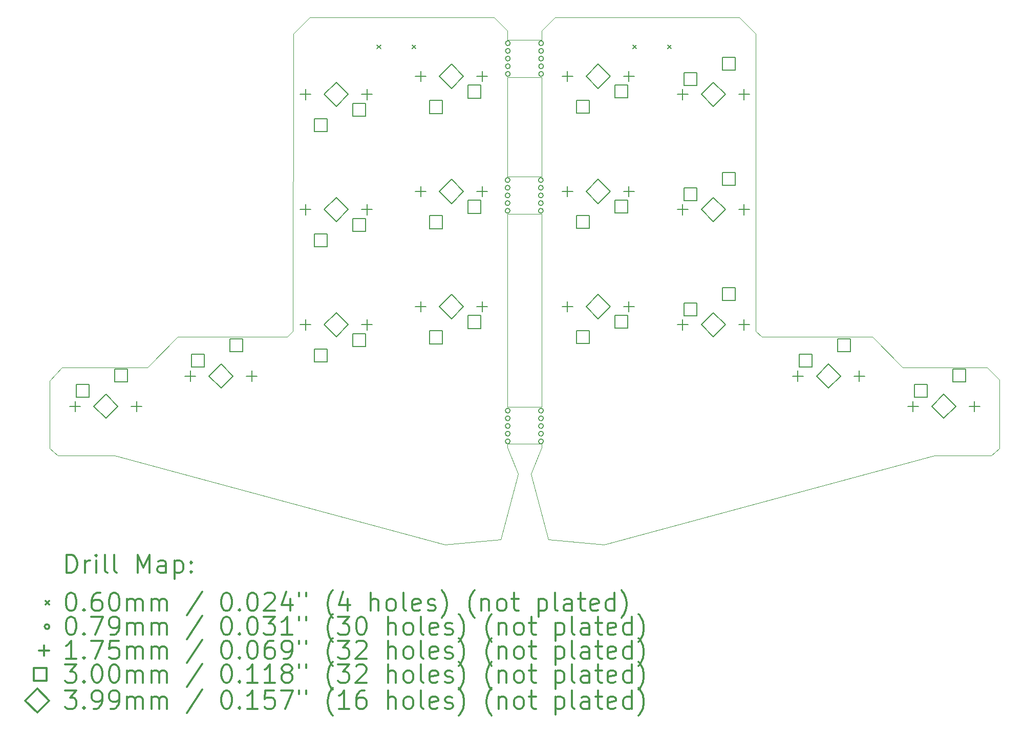
<source format=gbr>
%FSLAX45Y45*%
G04 Gerber Fmt 4.5, Leading zero omitted, Abs format (unit mm)*
G04 Created by KiCad (PCBNEW (5.1.4)-1) date 2023-06-17 21:44:21*
%MOMM*%
%LPD*%
G04 APERTURE LIST*
%ADD10C,0.050000*%
%ADD11C,0.200000*%
%ADD12C,0.300000*%
G04 APERTURE END LIST*
D10*
X13600000Y-45813000D02*
X13600249Y-45873435D01*
X13034000Y-45813000D02*
X13600000Y-45813000D01*
X13033421Y-45873812D02*
X13034000Y-45813000D01*
X13033000Y-45203000D02*
X13033000Y-42016000D01*
X13601000Y-45203000D02*
X13033000Y-45203000D01*
X13600000Y-42016000D02*
X13601000Y-45203000D01*
X13033000Y-42016000D02*
X13600000Y-42016000D01*
X13033000Y-41393000D02*
X13032000Y-39755000D01*
X13601000Y-41393000D02*
X13033000Y-41393000D01*
X13602000Y-39755000D02*
X13601000Y-41393000D01*
X13032000Y-39755000D02*
X13602000Y-39755000D01*
X13602000Y-39133000D02*
X13602190Y-38980639D01*
X13032000Y-39133000D02*
X13602000Y-39133000D01*
X13031480Y-38981016D02*
X13032000Y-39133000D01*
X7580000Y-44050000D02*
X7080000Y-44550000D01*
X7080000Y-44550000D02*
X5670000Y-44550000D01*
X9390000Y-44050000D02*
X9490000Y-43950000D01*
X9390000Y-44050000D02*
X7580000Y-44050000D01*
X17140000Y-43950000D02*
X17240000Y-44050000D01*
X20970000Y-44550000D02*
X21171203Y-44760000D01*
X19070000Y-44050000D02*
X19570000Y-44550000D01*
X20970000Y-44550000D02*
X19570000Y-44550000D01*
X19070000Y-44050000D02*
X17240000Y-44050000D01*
X20091203Y-46011032D02*
X14630391Y-47480918D01*
X16871203Y-38766032D02*
X17141203Y-39036032D01*
X6523279Y-46011295D02*
X6543279Y-46011295D01*
X9493279Y-39036295D02*
X9490000Y-43950000D01*
X17141203Y-39036032D02*
X17140000Y-43950000D01*
X21171203Y-44760000D02*
X21171203Y-45891032D01*
X20111203Y-46011032D02*
X21031203Y-46011032D01*
X20111203Y-46011032D02*
X20091203Y-46011032D01*
X21171203Y-45891032D02*
X21031203Y-46011032D01*
X12925419Y-47395040D02*
X12003279Y-47481295D01*
X16871203Y-38766032D02*
X13821203Y-38766032D01*
X12925419Y-47395040D02*
X13213232Y-46318860D01*
X13033421Y-45873812D02*
X13213232Y-46318860D01*
X13031480Y-38981016D02*
X12813279Y-38766295D01*
X9763279Y-38766295D02*
X9493279Y-39036295D01*
X9763279Y-38766295D02*
X12813279Y-38766295D01*
X5463279Y-44770000D02*
X5463279Y-45891295D01*
X5463279Y-44770000D02*
X5670000Y-44550000D01*
X5463279Y-45891295D02*
X5603279Y-46011295D01*
X6523279Y-46011295D02*
X5603279Y-46011295D01*
X13602190Y-38980639D02*
X13821203Y-38766032D01*
X13708251Y-47394663D02*
X14630391Y-47480918D01*
X13600249Y-45873435D02*
X13420438Y-46318483D01*
X13708251Y-47394663D02*
X13420438Y-46318483D01*
X12003279Y-47481295D02*
X6543279Y-46011295D01*
D11*
X10879000Y-39221500D02*
X10939000Y-39281500D01*
X10939000Y-39221500D02*
X10879000Y-39281500D01*
X11457000Y-39221500D02*
X11517000Y-39281500D01*
X11517000Y-39221500D02*
X11457000Y-39281500D01*
X15108500Y-39220000D02*
X15168500Y-39280000D01*
X15168500Y-39220000D02*
X15108500Y-39280000D01*
X15686500Y-39220000D02*
X15746500Y-39280000D01*
X15746500Y-39220000D02*
X15686500Y-39280000D01*
X13076970Y-41453000D02*
G75*
G03X13076970Y-41453000I-39370J0D01*
G01*
X13076970Y-41580000D02*
G75*
G03X13076970Y-41580000I-39370J0D01*
G01*
X13076970Y-41707000D02*
G75*
G03X13076970Y-41707000I-39370J0D01*
G01*
X13076970Y-41834000D02*
G75*
G03X13076970Y-41834000I-39370J0D01*
G01*
X13076970Y-41961000D02*
G75*
G03X13076970Y-41961000I-39370J0D01*
G01*
X13626970Y-41453000D02*
G75*
G03X13626970Y-41453000I-39370J0D01*
G01*
X13626970Y-41580000D02*
G75*
G03X13626970Y-41580000I-39370J0D01*
G01*
X13626970Y-41707000D02*
G75*
G03X13626970Y-41707000I-39370J0D01*
G01*
X13626970Y-41834000D02*
G75*
G03X13626970Y-41834000I-39370J0D01*
G01*
X13626970Y-41961000D02*
G75*
G03X13626970Y-41961000I-39370J0D01*
G01*
X13630970Y-39189000D02*
G75*
G03X13630970Y-39189000I-39370J0D01*
G01*
X13630970Y-39316000D02*
G75*
G03X13630970Y-39316000I-39370J0D01*
G01*
X13630970Y-39443000D02*
G75*
G03X13630970Y-39443000I-39370J0D01*
G01*
X13630970Y-39570000D02*
G75*
G03X13630970Y-39570000I-39370J0D01*
G01*
X13630970Y-39697000D02*
G75*
G03X13630970Y-39697000I-39370J0D01*
G01*
X13078970Y-45267000D02*
G75*
G03X13078970Y-45267000I-39370J0D01*
G01*
X13078970Y-45394000D02*
G75*
G03X13078970Y-45394000I-39370J0D01*
G01*
X13078970Y-45521000D02*
G75*
G03X13078970Y-45521000I-39370J0D01*
G01*
X13078970Y-45648000D02*
G75*
G03X13078970Y-45648000I-39370J0D01*
G01*
X13078970Y-45775000D02*
G75*
G03X13078970Y-45775000I-39370J0D01*
G01*
X13628970Y-45267000D02*
G75*
G03X13628970Y-45267000I-39370J0D01*
G01*
X13628970Y-45394000D02*
G75*
G03X13628970Y-45394000I-39370J0D01*
G01*
X13628970Y-45521000D02*
G75*
G03X13628970Y-45521000I-39370J0D01*
G01*
X13628970Y-45648000D02*
G75*
G03X13628970Y-45648000I-39370J0D01*
G01*
X13628970Y-45775000D02*
G75*
G03X13628970Y-45775000I-39370J0D01*
G01*
X13080970Y-39189000D02*
G75*
G03X13080970Y-39189000I-39370J0D01*
G01*
X13080970Y-39316000D02*
G75*
G03X13080970Y-39316000I-39370J0D01*
G01*
X13080970Y-39443000D02*
G75*
G03X13080970Y-39443000I-39370J0D01*
G01*
X13080970Y-39570000D02*
G75*
G03X13080970Y-39570000I-39370J0D01*
G01*
X13080970Y-39697000D02*
G75*
G03X13080970Y-39697000I-39370J0D01*
G01*
X15933202Y-41853532D02*
X15933202Y-42028532D01*
X15845702Y-41941032D02*
X16020702Y-41941032D01*
X16949203Y-41853532D02*
X16949203Y-42028532D01*
X16861703Y-41941032D02*
X17036703Y-41941032D01*
X5885279Y-45108795D02*
X5885279Y-45283795D01*
X5797779Y-45196295D02*
X5972779Y-45196295D01*
X6901279Y-45108795D02*
X6901279Y-45283795D01*
X6813779Y-45196295D02*
X6988779Y-45196295D01*
X11600279Y-39648795D02*
X11600279Y-39823795D01*
X11512779Y-39736295D02*
X11687779Y-39736295D01*
X12616279Y-39648795D02*
X12616279Y-39823795D01*
X12528779Y-39736295D02*
X12703779Y-39736295D01*
X19743203Y-45108532D02*
X19743203Y-45283532D01*
X19655703Y-45196032D02*
X19830703Y-45196032D01*
X20759203Y-45108532D02*
X20759203Y-45283532D01*
X20671703Y-45196032D02*
X20846703Y-45196032D01*
X14028202Y-41553532D02*
X14028202Y-41728532D01*
X13940702Y-41641032D02*
X14115702Y-41641032D01*
X15044202Y-41553532D02*
X15044202Y-41728532D01*
X14956702Y-41641032D02*
X15131702Y-41641032D01*
X15933202Y-39948532D02*
X15933202Y-40123532D01*
X15845702Y-40036032D02*
X16020702Y-40036032D01*
X16949203Y-39948532D02*
X16949203Y-40123532D01*
X16861703Y-40036032D02*
X17036703Y-40036032D01*
X14028203Y-39648532D02*
X14028203Y-39823532D01*
X13940703Y-39736032D02*
X14115703Y-39736032D01*
X15044203Y-39648532D02*
X15044203Y-39823532D01*
X14956703Y-39736032D02*
X15131703Y-39736032D01*
X9695279Y-39948795D02*
X9695279Y-40123795D01*
X9607779Y-40036295D02*
X9782779Y-40036295D01*
X10711279Y-39948795D02*
X10711279Y-40123795D01*
X10623779Y-40036295D02*
X10798779Y-40036295D01*
X9695279Y-43758795D02*
X9695279Y-43933795D01*
X9607779Y-43846295D02*
X9782779Y-43846295D01*
X10711279Y-43758795D02*
X10711279Y-43933795D01*
X10623779Y-43846295D02*
X10798779Y-43846295D01*
X14028202Y-43458532D02*
X14028202Y-43633532D01*
X13940702Y-43546032D02*
X14115702Y-43546032D01*
X15044202Y-43458532D02*
X15044202Y-43633532D01*
X14956702Y-43546032D02*
X15131702Y-43546032D01*
X9695279Y-41853795D02*
X9695279Y-42028795D01*
X9607779Y-41941295D02*
X9782779Y-41941295D01*
X10711279Y-41853795D02*
X10711279Y-42028795D01*
X10623779Y-41941295D02*
X10798779Y-41941295D01*
X15933202Y-43758532D02*
X15933202Y-43933532D01*
X15845702Y-43846032D02*
X16020702Y-43846032D01*
X16949203Y-43758532D02*
X16949203Y-43933532D01*
X16861703Y-43846032D02*
X17036703Y-43846032D01*
X11600279Y-41553795D02*
X11600279Y-41728795D01*
X11512779Y-41641295D02*
X11687779Y-41641295D01*
X12616279Y-41553795D02*
X12616279Y-41728795D01*
X12528779Y-41641295D02*
X12703779Y-41641295D01*
X17838203Y-44608532D02*
X17838203Y-44783532D01*
X17750703Y-44696032D02*
X17925703Y-44696032D01*
X18854203Y-44608532D02*
X18854203Y-44783532D01*
X18766703Y-44696032D02*
X18941703Y-44696032D01*
X11600279Y-43458795D02*
X11600279Y-43633795D01*
X11512779Y-43546295D02*
X11687779Y-43546295D01*
X12616279Y-43458795D02*
X12616279Y-43633795D01*
X12528779Y-43546295D02*
X12703779Y-43546295D01*
X7790279Y-44608795D02*
X7790279Y-44783795D01*
X7702779Y-44696295D02*
X7877779Y-44696295D01*
X8806279Y-44608795D02*
X8806279Y-44783795D01*
X8718779Y-44696295D02*
X8893779Y-44696295D01*
X16166269Y-41793099D02*
X16166269Y-41580965D01*
X15954135Y-41580965D01*
X15954135Y-41793099D01*
X16166269Y-41793099D01*
X16801270Y-41539099D02*
X16801270Y-41326965D01*
X16589135Y-41326965D01*
X16589135Y-41539099D01*
X16801270Y-41539099D01*
X6118346Y-45048362D02*
X6118346Y-44836228D01*
X5906212Y-44836228D01*
X5906212Y-45048362D01*
X6118346Y-45048362D01*
X6753346Y-44794362D02*
X6753346Y-44582228D01*
X6541212Y-44582228D01*
X6541212Y-44794362D01*
X6753346Y-44794362D01*
X11960346Y-40350362D02*
X11960346Y-40138228D01*
X11748212Y-40138228D01*
X11748212Y-40350362D01*
X11960346Y-40350362D01*
X12595346Y-40096362D02*
X12595346Y-39884228D01*
X12383212Y-39884228D01*
X12383212Y-40096362D01*
X12595346Y-40096362D01*
X19976270Y-45048099D02*
X19976270Y-44835965D01*
X19764136Y-44835965D01*
X19764136Y-45048099D01*
X19976270Y-45048099D01*
X20611270Y-44794099D02*
X20611270Y-44581965D01*
X20399136Y-44581965D01*
X20399136Y-44794099D01*
X20611270Y-44794099D01*
X14388269Y-42255099D02*
X14388269Y-42042965D01*
X14176135Y-42042965D01*
X14176135Y-42255099D01*
X14388269Y-42255099D01*
X15023269Y-42001099D02*
X15023269Y-41788965D01*
X14811135Y-41788965D01*
X14811135Y-42001099D01*
X15023269Y-42001099D01*
X16166269Y-39888099D02*
X16166269Y-39675965D01*
X15954135Y-39675965D01*
X15954135Y-39888099D01*
X16166269Y-39888099D01*
X16801270Y-39634099D02*
X16801270Y-39421965D01*
X16589135Y-39421965D01*
X16589135Y-39634099D01*
X16801270Y-39634099D01*
X14388270Y-40350099D02*
X14388270Y-40137965D01*
X14176136Y-40137965D01*
X14176136Y-40350099D01*
X14388270Y-40350099D01*
X15023270Y-40096099D02*
X15023270Y-39883965D01*
X14811136Y-39883965D01*
X14811136Y-40096099D01*
X15023270Y-40096099D01*
X10055346Y-40650362D02*
X10055346Y-40438228D01*
X9843212Y-40438228D01*
X9843212Y-40650362D01*
X10055346Y-40650362D01*
X10690346Y-40396362D02*
X10690346Y-40184228D01*
X10478212Y-40184228D01*
X10478212Y-40396362D01*
X10690346Y-40396362D01*
X10055346Y-44460362D02*
X10055346Y-44248228D01*
X9843212Y-44248228D01*
X9843212Y-44460362D01*
X10055346Y-44460362D01*
X10690346Y-44206362D02*
X10690346Y-43994228D01*
X10478212Y-43994228D01*
X10478212Y-44206362D01*
X10690346Y-44206362D01*
X14388269Y-44160099D02*
X14388269Y-43947965D01*
X14176135Y-43947965D01*
X14176135Y-44160099D01*
X14388269Y-44160099D01*
X15023269Y-43906099D02*
X15023269Y-43693965D01*
X14811135Y-43693965D01*
X14811135Y-43906099D01*
X15023269Y-43906099D01*
X10055346Y-42555362D02*
X10055346Y-42343228D01*
X9843212Y-42343228D01*
X9843212Y-42555362D01*
X10055346Y-42555362D01*
X10690346Y-42301362D02*
X10690346Y-42089228D01*
X10478212Y-42089228D01*
X10478212Y-42301362D01*
X10690346Y-42301362D01*
X16166269Y-43698099D02*
X16166269Y-43485965D01*
X15954135Y-43485965D01*
X15954135Y-43698099D01*
X16166269Y-43698099D01*
X16801270Y-43444099D02*
X16801270Y-43231965D01*
X16589135Y-43231965D01*
X16589135Y-43444099D01*
X16801270Y-43444099D01*
X11960346Y-42255362D02*
X11960346Y-42043228D01*
X11748212Y-42043228D01*
X11748212Y-42255362D01*
X11960346Y-42255362D01*
X12595346Y-42001362D02*
X12595346Y-41789228D01*
X12383212Y-41789228D01*
X12383212Y-42001362D01*
X12595346Y-42001362D01*
X18071270Y-44548099D02*
X18071270Y-44335965D01*
X17859136Y-44335965D01*
X17859136Y-44548099D01*
X18071270Y-44548099D01*
X18706270Y-44294099D02*
X18706270Y-44081965D01*
X18494136Y-44081965D01*
X18494136Y-44294099D01*
X18706270Y-44294099D01*
X11960346Y-44160362D02*
X11960346Y-43948228D01*
X11748212Y-43948228D01*
X11748212Y-44160362D01*
X11960346Y-44160362D01*
X12595346Y-43906362D02*
X12595346Y-43694228D01*
X12383212Y-43694228D01*
X12383212Y-43906362D01*
X12595346Y-43906362D01*
X8023346Y-44548362D02*
X8023346Y-44336228D01*
X7811212Y-44336228D01*
X7811212Y-44548362D01*
X8023346Y-44548362D01*
X8658346Y-44294362D02*
X8658346Y-44082228D01*
X8446212Y-44082228D01*
X8446212Y-44294362D01*
X8658346Y-44294362D01*
X16441202Y-42140422D02*
X16640592Y-41941032D01*
X16441202Y-41741642D01*
X16241812Y-41941032D01*
X16441202Y-42140422D01*
X6393279Y-45395685D02*
X6592669Y-45196295D01*
X6393279Y-44996905D01*
X6193889Y-45196295D01*
X6393279Y-45395685D01*
X12108279Y-39935685D02*
X12307669Y-39736295D01*
X12108279Y-39536905D01*
X11908889Y-39736295D01*
X12108279Y-39935685D01*
X20251203Y-45395422D02*
X20450593Y-45196032D01*
X20251203Y-44996642D01*
X20051813Y-45196032D01*
X20251203Y-45395422D01*
X14536202Y-41840422D02*
X14735592Y-41641032D01*
X14536202Y-41441642D01*
X14336812Y-41641032D01*
X14536202Y-41840422D01*
X16441202Y-40235422D02*
X16640592Y-40036032D01*
X16441202Y-39836642D01*
X16241812Y-40036032D01*
X16441202Y-40235422D01*
X14536203Y-39935422D02*
X14735593Y-39736032D01*
X14536203Y-39536642D01*
X14336813Y-39736032D01*
X14536203Y-39935422D01*
X10203279Y-40235685D02*
X10402669Y-40036295D01*
X10203279Y-39836905D01*
X10003889Y-40036295D01*
X10203279Y-40235685D01*
X10203279Y-44045685D02*
X10402669Y-43846295D01*
X10203279Y-43646905D01*
X10003889Y-43846295D01*
X10203279Y-44045685D01*
X14536202Y-43745422D02*
X14735592Y-43546032D01*
X14536202Y-43346642D01*
X14336812Y-43546032D01*
X14536202Y-43745422D01*
X10203279Y-42140685D02*
X10402669Y-41941295D01*
X10203279Y-41741905D01*
X10003889Y-41941295D01*
X10203279Y-42140685D01*
X16441202Y-44045422D02*
X16640592Y-43846032D01*
X16441202Y-43646642D01*
X16241812Y-43846032D01*
X16441202Y-44045422D01*
X12108279Y-41840685D02*
X12307669Y-41641295D01*
X12108279Y-41441905D01*
X11908889Y-41641295D01*
X12108279Y-41840685D01*
X18346203Y-44895422D02*
X18545593Y-44696032D01*
X18346203Y-44496642D01*
X18146813Y-44696032D01*
X18346203Y-44895422D01*
X12108279Y-43745685D02*
X12307669Y-43546295D01*
X12108279Y-43346905D01*
X11908889Y-43546295D01*
X12108279Y-43745685D01*
X8298279Y-44895685D02*
X8497669Y-44696295D01*
X8298279Y-44496905D01*
X8098889Y-44696295D01*
X8298279Y-44895685D01*
D12*
X5747207Y-47949509D02*
X5747207Y-47649509D01*
X5818636Y-47649509D01*
X5861493Y-47663795D01*
X5890064Y-47692367D01*
X5904350Y-47720938D01*
X5918636Y-47778081D01*
X5918636Y-47820938D01*
X5904350Y-47878081D01*
X5890064Y-47906652D01*
X5861493Y-47935224D01*
X5818636Y-47949509D01*
X5747207Y-47949509D01*
X6047207Y-47949509D02*
X6047207Y-47749509D01*
X6047207Y-47806652D02*
X6061493Y-47778081D01*
X6075779Y-47763795D01*
X6104350Y-47749509D01*
X6132922Y-47749509D01*
X6232922Y-47949509D02*
X6232922Y-47749509D01*
X6232922Y-47649509D02*
X6218636Y-47663795D01*
X6232922Y-47678081D01*
X6247207Y-47663795D01*
X6232922Y-47649509D01*
X6232922Y-47678081D01*
X6418636Y-47949509D02*
X6390064Y-47935224D01*
X6375779Y-47906652D01*
X6375779Y-47649509D01*
X6575779Y-47949509D02*
X6547207Y-47935224D01*
X6532922Y-47906652D01*
X6532922Y-47649509D01*
X6918636Y-47949509D02*
X6918636Y-47649509D01*
X7018636Y-47863795D01*
X7118636Y-47649509D01*
X7118636Y-47949509D01*
X7390064Y-47949509D02*
X7390064Y-47792367D01*
X7375779Y-47763795D01*
X7347207Y-47749509D01*
X7290064Y-47749509D01*
X7261493Y-47763795D01*
X7390064Y-47935224D02*
X7361493Y-47949509D01*
X7290064Y-47949509D01*
X7261493Y-47935224D01*
X7247207Y-47906652D01*
X7247207Y-47878081D01*
X7261493Y-47849509D01*
X7290064Y-47835224D01*
X7361493Y-47835224D01*
X7390064Y-47820938D01*
X7532922Y-47749509D02*
X7532922Y-48049509D01*
X7532922Y-47763795D02*
X7561493Y-47749509D01*
X7618636Y-47749509D01*
X7647207Y-47763795D01*
X7661493Y-47778081D01*
X7675779Y-47806652D01*
X7675779Y-47892367D01*
X7661493Y-47920938D01*
X7647207Y-47935224D01*
X7618636Y-47949509D01*
X7561493Y-47949509D01*
X7532922Y-47935224D01*
X7804350Y-47920938D02*
X7818636Y-47935224D01*
X7804350Y-47949509D01*
X7790064Y-47935224D01*
X7804350Y-47920938D01*
X7804350Y-47949509D01*
X7804350Y-47763795D02*
X7818636Y-47778081D01*
X7804350Y-47792367D01*
X7790064Y-47778081D01*
X7804350Y-47763795D01*
X7804350Y-47792367D01*
X5400779Y-48413795D02*
X5460779Y-48473795D01*
X5460779Y-48413795D02*
X5400779Y-48473795D01*
X5804350Y-48279509D02*
X5832922Y-48279509D01*
X5861493Y-48293795D01*
X5875779Y-48308081D01*
X5890064Y-48336652D01*
X5904350Y-48393795D01*
X5904350Y-48465224D01*
X5890064Y-48522367D01*
X5875779Y-48550938D01*
X5861493Y-48565224D01*
X5832922Y-48579509D01*
X5804350Y-48579509D01*
X5775779Y-48565224D01*
X5761493Y-48550938D01*
X5747207Y-48522367D01*
X5732922Y-48465224D01*
X5732922Y-48393795D01*
X5747207Y-48336652D01*
X5761493Y-48308081D01*
X5775779Y-48293795D01*
X5804350Y-48279509D01*
X6032922Y-48550938D02*
X6047207Y-48565224D01*
X6032922Y-48579509D01*
X6018636Y-48565224D01*
X6032922Y-48550938D01*
X6032922Y-48579509D01*
X6304350Y-48279509D02*
X6247207Y-48279509D01*
X6218636Y-48293795D01*
X6204350Y-48308081D01*
X6175779Y-48350938D01*
X6161493Y-48408081D01*
X6161493Y-48522367D01*
X6175779Y-48550938D01*
X6190064Y-48565224D01*
X6218636Y-48579509D01*
X6275779Y-48579509D01*
X6304350Y-48565224D01*
X6318636Y-48550938D01*
X6332922Y-48522367D01*
X6332922Y-48450938D01*
X6318636Y-48422367D01*
X6304350Y-48408081D01*
X6275779Y-48393795D01*
X6218636Y-48393795D01*
X6190064Y-48408081D01*
X6175779Y-48422367D01*
X6161493Y-48450938D01*
X6518636Y-48279509D02*
X6547207Y-48279509D01*
X6575779Y-48293795D01*
X6590064Y-48308081D01*
X6604350Y-48336652D01*
X6618636Y-48393795D01*
X6618636Y-48465224D01*
X6604350Y-48522367D01*
X6590064Y-48550938D01*
X6575779Y-48565224D01*
X6547207Y-48579509D01*
X6518636Y-48579509D01*
X6490064Y-48565224D01*
X6475779Y-48550938D01*
X6461493Y-48522367D01*
X6447207Y-48465224D01*
X6447207Y-48393795D01*
X6461493Y-48336652D01*
X6475779Y-48308081D01*
X6490064Y-48293795D01*
X6518636Y-48279509D01*
X6747207Y-48579509D02*
X6747207Y-48379509D01*
X6747207Y-48408081D02*
X6761493Y-48393795D01*
X6790064Y-48379509D01*
X6832922Y-48379509D01*
X6861493Y-48393795D01*
X6875779Y-48422367D01*
X6875779Y-48579509D01*
X6875779Y-48422367D02*
X6890064Y-48393795D01*
X6918636Y-48379509D01*
X6961493Y-48379509D01*
X6990064Y-48393795D01*
X7004350Y-48422367D01*
X7004350Y-48579509D01*
X7147207Y-48579509D02*
X7147207Y-48379509D01*
X7147207Y-48408081D02*
X7161493Y-48393795D01*
X7190064Y-48379509D01*
X7232922Y-48379509D01*
X7261493Y-48393795D01*
X7275779Y-48422367D01*
X7275779Y-48579509D01*
X7275779Y-48422367D02*
X7290064Y-48393795D01*
X7318636Y-48379509D01*
X7361493Y-48379509D01*
X7390064Y-48393795D01*
X7404350Y-48422367D01*
X7404350Y-48579509D01*
X7990064Y-48265224D02*
X7732922Y-48650938D01*
X8375779Y-48279509D02*
X8404350Y-48279509D01*
X8432922Y-48293795D01*
X8447207Y-48308081D01*
X8461493Y-48336652D01*
X8475779Y-48393795D01*
X8475779Y-48465224D01*
X8461493Y-48522367D01*
X8447207Y-48550938D01*
X8432922Y-48565224D01*
X8404350Y-48579509D01*
X8375779Y-48579509D01*
X8347207Y-48565224D01*
X8332922Y-48550938D01*
X8318636Y-48522367D01*
X8304350Y-48465224D01*
X8304350Y-48393795D01*
X8318636Y-48336652D01*
X8332922Y-48308081D01*
X8347207Y-48293795D01*
X8375779Y-48279509D01*
X8604350Y-48550938D02*
X8618636Y-48565224D01*
X8604350Y-48579509D01*
X8590065Y-48565224D01*
X8604350Y-48550938D01*
X8604350Y-48579509D01*
X8804350Y-48279509D02*
X8832922Y-48279509D01*
X8861493Y-48293795D01*
X8875779Y-48308081D01*
X8890065Y-48336652D01*
X8904350Y-48393795D01*
X8904350Y-48465224D01*
X8890065Y-48522367D01*
X8875779Y-48550938D01*
X8861493Y-48565224D01*
X8832922Y-48579509D01*
X8804350Y-48579509D01*
X8775779Y-48565224D01*
X8761493Y-48550938D01*
X8747207Y-48522367D01*
X8732922Y-48465224D01*
X8732922Y-48393795D01*
X8747207Y-48336652D01*
X8761493Y-48308081D01*
X8775779Y-48293795D01*
X8804350Y-48279509D01*
X9018636Y-48308081D02*
X9032922Y-48293795D01*
X9061493Y-48279509D01*
X9132922Y-48279509D01*
X9161493Y-48293795D01*
X9175779Y-48308081D01*
X9190065Y-48336652D01*
X9190065Y-48365224D01*
X9175779Y-48408081D01*
X9004350Y-48579509D01*
X9190065Y-48579509D01*
X9447207Y-48379509D02*
X9447207Y-48579509D01*
X9375779Y-48265224D02*
X9304350Y-48479509D01*
X9490065Y-48479509D01*
X9590065Y-48279509D02*
X9590065Y-48336652D01*
X9704350Y-48279509D02*
X9704350Y-48336652D01*
X10147207Y-48693795D02*
X10132922Y-48679509D01*
X10104350Y-48636652D01*
X10090065Y-48608081D01*
X10075779Y-48565224D01*
X10061493Y-48493795D01*
X10061493Y-48436652D01*
X10075779Y-48365224D01*
X10090065Y-48322367D01*
X10104350Y-48293795D01*
X10132922Y-48250938D01*
X10147207Y-48236652D01*
X10390065Y-48379509D02*
X10390065Y-48579509D01*
X10318636Y-48265224D02*
X10247207Y-48479509D01*
X10432922Y-48479509D01*
X10775779Y-48579509D02*
X10775779Y-48279509D01*
X10904350Y-48579509D02*
X10904350Y-48422367D01*
X10890065Y-48393795D01*
X10861493Y-48379509D01*
X10818636Y-48379509D01*
X10790065Y-48393795D01*
X10775779Y-48408081D01*
X11090065Y-48579509D02*
X11061493Y-48565224D01*
X11047207Y-48550938D01*
X11032922Y-48522367D01*
X11032922Y-48436652D01*
X11047207Y-48408081D01*
X11061493Y-48393795D01*
X11090065Y-48379509D01*
X11132922Y-48379509D01*
X11161493Y-48393795D01*
X11175779Y-48408081D01*
X11190064Y-48436652D01*
X11190064Y-48522367D01*
X11175779Y-48550938D01*
X11161493Y-48565224D01*
X11132922Y-48579509D01*
X11090065Y-48579509D01*
X11361493Y-48579509D02*
X11332922Y-48565224D01*
X11318636Y-48536652D01*
X11318636Y-48279509D01*
X11590064Y-48565224D02*
X11561493Y-48579509D01*
X11504350Y-48579509D01*
X11475779Y-48565224D01*
X11461493Y-48536652D01*
X11461493Y-48422367D01*
X11475779Y-48393795D01*
X11504350Y-48379509D01*
X11561493Y-48379509D01*
X11590064Y-48393795D01*
X11604350Y-48422367D01*
X11604350Y-48450938D01*
X11461493Y-48479509D01*
X11718636Y-48565224D02*
X11747207Y-48579509D01*
X11804350Y-48579509D01*
X11832922Y-48565224D01*
X11847207Y-48536652D01*
X11847207Y-48522367D01*
X11832922Y-48493795D01*
X11804350Y-48479509D01*
X11761493Y-48479509D01*
X11732922Y-48465224D01*
X11718636Y-48436652D01*
X11718636Y-48422367D01*
X11732922Y-48393795D01*
X11761493Y-48379509D01*
X11804350Y-48379509D01*
X11832922Y-48393795D01*
X11947207Y-48693795D02*
X11961493Y-48679509D01*
X11990064Y-48636652D01*
X12004350Y-48608081D01*
X12018636Y-48565224D01*
X12032922Y-48493795D01*
X12032922Y-48436652D01*
X12018636Y-48365224D01*
X12004350Y-48322367D01*
X11990064Y-48293795D01*
X11961493Y-48250938D01*
X11947207Y-48236652D01*
X12490064Y-48693795D02*
X12475779Y-48679509D01*
X12447207Y-48636652D01*
X12432922Y-48608081D01*
X12418636Y-48565224D01*
X12404350Y-48493795D01*
X12404350Y-48436652D01*
X12418636Y-48365224D01*
X12432922Y-48322367D01*
X12447207Y-48293795D01*
X12475779Y-48250938D01*
X12490064Y-48236652D01*
X12604350Y-48379509D02*
X12604350Y-48579509D01*
X12604350Y-48408081D02*
X12618636Y-48393795D01*
X12647207Y-48379509D01*
X12690064Y-48379509D01*
X12718636Y-48393795D01*
X12732922Y-48422367D01*
X12732922Y-48579509D01*
X12918636Y-48579509D02*
X12890064Y-48565224D01*
X12875779Y-48550938D01*
X12861493Y-48522367D01*
X12861493Y-48436652D01*
X12875779Y-48408081D01*
X12890064Y-48393795D01*
X12918636Y-48379509D01*
X12961493Y-48379509D01*
X12990064Y-48393795D01*
X13004350Y-48408081D01*
X13018636Y-48436652D01*
X13018636Y-48522367D01*
X13004350Y-48550938D01*
X12990064Y-48565224D01*
X12961493Y-48579509D01*
X12918636Y-48579509D01*
X13104350Y-48379509D02*
X13218636Y-48379509D01*
X13147207Y-48279509D02*
X13147207Y-48536652D01*
X13161493Y-48565224D01*
X13190064Y-48579509D01*
X13218636Y-48579509D01*
X13547207Y-48379509D02*
X13547207Y-48679509D01*
X13547207Y-48393795D02*
X13575779Y-48379509D01*
X13632922Y-48379509D01*
X13661493Y-48393795D01*
X13675779Y-48408081D01*
X13690064Y-48436652D01*
X13690064Y-48522367D01*
X13675779Y-48550938D01*
X13661493Y-48565224D01*
X13632922Y-48579509D01*
X13575779Y-48579509D01*
X13547207Y-48565224D01*
X13861493Y-48579509D02*
X13832922Y-48565224D01*
X13818636Y-48536652D01*
X13818636Y-48279509D01*
X14104350Y-48579509D02*
X14104350Y-48422367D01*
X14090064Y-48393795D01*
X14061493Y-48379509D01*
X14004350Y-48379509D01*
X13975779Y-48393795D01*
X14104350Y-48565224D02*
X14075779Y-48579509D01*
X14004350Y-48579509D01*
X13975779Y-48565224D01*
X13961493Y-48536652D01*
X13961493Y-48508081D01*
X13975779Y-48479509D01*
X14004350Y-48465224D01*
X14075779Y-48465224D01*
X14104350Y-48450938D01*
X14204350Y-48379509D02*
X14318636Y-48379509D01*
X14247207Y-48279509D02*
X14247207Y-48536652D01*
X14261493Y-48565224D01*
X14290064Y-48579509D01*
X14318636Y-48579509D01*
X14532922Y-48565224D02*
X14504350Y-48579509D01*
X14447207Y-48579509D01*
X14418636Y-48565224D01*
X14404350Y-48536652D01*
X14404350Y-48422367D01*
X14418636Y-48393795D01*
X14447207Y-48379509D01*
X14504350Y-48379509D01*
X14532922Y-48393795D01*
X14547207Y-48422367D01*
X14547207Y-48450938D01*
X14404350Y-48479509D01*
X14804350Y-48579509D02*
X14804350Y-48279509D01*
X14804350Y-48565224D02*
X14775779Y-48579509D01*
X14718636Y-48579509D01*
X14690064Y-48565224D01*
X14675779Y-48550938D01*
X14661493Y-48522367D01*
X14661493Y-48436652D01*
X14675779Y-48408081D01*
X14690064Y-48393795D01*
X14718636Y-48379509D01*
X14775779Y-48379509D01*
X14804350Y-48393795D01*
X14918636Y-48693795D02*
X14932922Y-48679509D01*
X14961493Y-48636652D01*
X14975779Y-48608081D01*
X14990064Y-48565224D01*
X15004350Y-48493795D01*
X15004350Y-48436652D01*
X14990064Y-48365224D01*
X14975779Y-48322367D01*
X14961493Y-48293795D01*
X14932922Y-48250938D01*
X14918636Y-48236652D01*
X5460779Y-48839795D02*
G75*
G03X5460779Y-48839795I-39370J0D01*
G01*
X5804350Y-48675509D02*
X5832922Y-48675509D01*
X5861493Y-48689795D01*
X5875779Y-48704081D01*
X5890064Y-48732652D01*
X5904350Y-48789795D01*
X5904350Y-48861224D01*
X5890064Y-48918367D01*
X5875779Y-48946938D01*
X5861493Y-48961224D01*
X5832922Y-48975509D01*
X5804350Y-48975509D01*
X5775779Y-48961224D01*
X5761493Y-48946938D01*
X5747207Y-48918367D01*
X5732922Y-48861224D01*
X5732922Y-48789795D01*
X5747207Y-48732652D01*
X5761493Y-48704081D01*
X5775779Y-48689795D01*
X5804350Y-48675509D01*
X6032922Y-48946938D02*
X6047207Y-48961224D01*
X6032922Y-48975509D01*
X6018636Y-48961224D01*
X6032922Y-48946938D01*
X6032922Y-48975509D01*
X6147207Y-48675509D02*
X6347207Y-48675509D01*
X6218636Y-48975509D01*
X6475779Y-48975509D02*
X6532922Y-48975509D01*
X6561493Y-48961224D01*
X6575779Y-48946938D01*
X6604350Y-48904081D01*
X6618636Y-48846938D01*
X6618636Y-48732652D01*
X6604350Y-48704081D01*
X6590064Y-48689795D01*
X6561493Y-48675509D01*
X6504350Y-48675509D01*
X6475779Y-48689795D01*
X6461493Y-48704081D01*
X6447207Y-48732652D01*
X6447207Y-48804081D01*
X6461493Y-48832652D01*
X6475779Y-48846938D01*
X6504350Y-48861224D01*
X6561493Y-48861224D01*
X6590064Y-48846938D01*
X6604350Y-48832652D01*
X6618636Y-48804081D01*
X6747207Y-48975509D02*
X6747207Y-48775509D01*
X6747207Y-48804081D02*
X6761493Y-48789795D01*
X6790064Y-48775509D01*
X6832922Y-48775509D01*
X6861493Y-48789795D01*
X6875779Y-48818367D01*
X6875779Y-48975509D01*
X6875779Y-48818367D02*
X6890064Y-48789795D01*
X6918636Y-48775509D01*
X6961493Y-48775509D01*
X6990064Y-48789795D01*
X7004350Y-48818367D01*
X7004350Y-48975509D01*
X7147207Y-48975509D02*
X7147207Y-48775509D01*
X7147207Y-48804081D02*
X7161493Y-48789795D01*
X7190064Y-48775509D01*
X7232922Y-48775509D01*
X7261493Y-48789795D01*
X7275779Y-48818367D01*
X7275779Y-48975509D01*
X7275779Y-48818367D02*
X7290064Y-48789795D01*
X7318636Y-48775509D01*
X7361493Y-48775509D01*
X7390064Y-48789795D01*
X7404350Y-48818367D01*
X7404350Y-48975509D01*
X7990064Y-48661224D02*
X7732922Y-49046938D01*
X8375779Y-48675509D02*
X8404350Y-48675509D01*
X8432922Y-48689795D01*
X8447207Y-48704081D01*
X8461493Y-48732652D01*
X8475779Y-48789795D01*
X8475779Y-48861224D01*
X8461493Y-48918367D01*
X8447207Y-48946938D01*
X8432922Y-48961224D01*
X8404350Y-48975509D01*
X8375779Y-48975509D01*
X8347207Y-48961224D01*
X8332922Y-48946938D01*
X8318636Y-48918367D01*
X8304350Y-48861224D01*
X8304350Y-48789795D01*
X8318636Y-48732652D01*
X8332922Y-48704081D01*
X8347207Y-48689795D01*
X8375779Y-48675509D01*
X8604350Y-48946938D02*
X8618636Y-48961224D01*
X8604350Y-48975509D01*
X8590065Y-48961224D01*
X8604350Y-48946938D01*
X8604350Y-48975509D01*
X8804350Y-48675509D02*
X8832922Y-48675509D01*
X8861493Y-48689795D01*
X8875779Y-48704081D01*
X8890065Y-48732652D01*
X8904350Y-48789795D01*
X8904350Y-48861224D01*
X8890065Y-48918367D01*
X8875779Y-48946938D01*
X8861493Y-48961224D01*
X8832922Y-48975509D01*
X8804350Y-48975509D01*
X8775779Y-48961224D01*
X8761493Y-48946938D01*
X8747207Y-48918367D01*
X8732922Y-48861224D01*
X8732922Y-48789795D01*
X8747207Y-48732652D01*
X8761493Y-48704081D01*
X8775779Y-48689795D01*
X8804350Y-48675509D01*
X9004350Y-48675509D02*
X9190065Y-48675509D01*
X9090065Y-48789795D01*
X9132922Y-48789795D01*
X9161493Y-48804081D01*
X9175779Y-48818367D01*
X9190065Y-48846938D01*
X9190065Y-48918367D01*
X9175779Y-48946938D01*
X9161493Y-48961224D01*
X9132922Y-48975509D01*
X9047207Y-48975509D01*
X9018636Y-48961224D01*
X9004350Y-48946938D01*
X9475779Y-48975509D02*
X9304350Y-48975509D01*
X9390065Y-48975509D02*
X9390065Y-48675509D01*
X9361493Y-48718367D01*
X9332922Y-48746938D01*
X9304350Y-48761224D01*
X9590065Y-48675509D02*
X9590065Y-48732652D01*
X9704350Y-48675509D02*
X9704350Y-48732652D01*
X10147207Y-49089795D02*
X10132922Y-49075509D01*
X10104350Y-49032652D01*
X10090065Y-49004081D01*
X10075779Y-48961224D01*
X10061493Y-48889795D01*
X10061493Y-48832652D01*
X10075779Y-48761224D01*
X10090065Y-48718367D01*
X10104350Y-48689795D01*
X10132922Y-48646938D01*
X10147207Y-48632652D01*
X10232922Y-48675509D02*
X10418636Y-48675509D01*
X10318636Y-48789795D01*
X10361493Y-48789795D01*
X10390065Y-48804081D01*
X10404350Y-48818367D01*
X10418636Y-48846938D01*
X10418636Y-48918367D01*
X10404350Y-48946938D01*
X10390065Y-48961224D01*
X10361493Y-48975509D01*
X10275779Y-48975509D01*
X10247207Y-48961224D01*
X10232922Y-48946938D01*
X10604350Y-48675509D02*
X10632922Y-48675509D01*
X10661493Y-48689795D01*
X10675779Y-48704081D01*
X10690065Y-48732652D01*
X10704350Y-48789795D01*
X10704350Y-48861224D01*
X10690065Y-48918367D01*
X10675779Y-48946938D01*
X10661493Y-48961224D01*
X10632922Y-48975509D01*
X10604350Y-48975509D01*
X10575779Y-48961224D01*
X10561493Y-48946938D01*
X10547207Y-48918367D01*
X10532922Y-48861224D01*
X10532922Y-48789795D01*
X10547207Y-48732652D01*
X10561493Y-48704081D01*
X10575779Y-48689795D01*
X10604350Y-48675509D01*
X11061493Y-48975509D02*
X11061493Y-48675509D01*
X11190064Y-48975509D02*
X11190064Y-48818367D01*
X11175779Y-48789795D01*
X11147207Y-48775509D01*
X11104350Y-48775509D01*
X11075779Y-48789795D01*
X11061493Y-48804081D01*
X11375779Y-48975509D02*
X11347207Y-48961224D01*
X11332922Y-48946938D01*
X11318636Y-48918367D01*
X11318636Y-48832652D01*
X11332922Y-48804081D01*
X11347207Y-48789795D01*
X11375779Y-48775509D01*
X11418636Y-48775509D01*
X11447207Y-48789795D01*
X11461493Y-48804081D01*
X11475779Y-48832652D01*
X11475779Y-48918367D01*
X11461493Y-48946938D01*
X11447207Y-48961224D01*
X11418636Y-48975509D01*
X11375779Y-48975509D01*
X11647207Y-48975509D02*
X11618636Y-48961224D01*
X11604350Y-48932652D01*
X11604350Y-48675509D01*
X11875779Y-48961224D02*
X11847207Y-48975509D01*
X11790064Y-48975509D01*
X11761493Y-48961224D01*
X11747207Y-48932652D01*
X11747207Y-48818367D01*
X11761493Y-48789795D01*
X11790064Y-48775509D01*
X11847207Y-48775509D01*
X11875779Y-48789795D01*
X11890064Y-48818367D01*
X11890064Y-48846938D01*
X11747207Y-48875509D01*
X12004350Y-48961224D02*
X12032922Y-48975509D01*
X12090064Y-48975509D01*
X12118636Y-48961224D01*
X12132922Y-48932652D01*
X12132922Y-48918367D01*
X12118636Y-48889795D01*
X12090064Y-48875509D01*
X12047207Y-48875509D01*
X12018636Y-48861224D01*
X12004350Y-48832652D01*
X12004350Y-48818367D01*
X12018636Y-48789795D01*
X12047207Y-48775509D01*
X12090064Y-48775509D01*
X12118636Y-48789795D01*
X12232922Y-49089795D02*
X12247207Y-49075509D01*
X12275779Y-49032652D01*
X12290064Y-49004081D01*
X12304350Y-48961224D01*
X12318636Y-48889795D01*
X12318636Y-48832652D01*
X12304350Y-48761224D01*
X12290064Y-48718367D01*
X12275779Y-48689795D01*
X12247207Y-48646938D01*
X12232922Y-48632652D01*
X12775779Y-49089795D02*
X12761493Y-49075509D01*
X12732922Y-49032652D01*
X12718636Y-49004081D01*
X12704350Y-48961224D01*
X12690064Y-48889795D01*
X12690064Y-48832652D01*
X12704350Y-48761224D01*
X12718636Y-48718367D01*
X12732922Y-48689795D01*
X12761493Y-48646938D01*
X12775779Y-48632652D01*
X12890064Y-48775509D02*
X12890064Y-48975509D01*
X12890064Y-48804081D02*
X12904350Y-48789795D01*
X12932922Y-48775509D01*
X12975779Y-48775509D01*
X13004350Y-48789795D01*
X13018636Y-48818367D01*
X13018636Y-48975509D01*
X13204350Y-48975509D02*
X13175779Y-48961224D01*
X13161493Y-48946938D01*
X13147207Y-48918367D01*
X13147207Y-48832652D01*
X13161493Y-48804081D01*
X13175779Y-48789795D01*
X13204350Y-48775509D01*
X13247207Y-48775509D01*
X13275779Y-48789795D01*
X13290064Y-48804081D01*
X13304350Y-48832652D01*
X13304350Y-48918367D01*
X13290064Y-48946938D01*
X13275779Y-48961224D01*
X13247207Y-48975509D01*
X13204350Y-48975509D01*
X13390064Y-48775509D02*
X13504350Y-48775509D01*
X13432922Y-48675509D02*
X13432922Y-48932652D01*
X13447207Y-48961224D01*
X13475779Y-48975509D01*
X13504350Y-48975509D01*
X13832922Y-48775509D02*
X13832922Y-49075509D01*
X13832922Y-48789795D02*
X13861493Y-48775509D01*
X13918636Y-48775509D01*
X13947207Y-48789795D01*
X13961493Y-48804081D01*
X13975779Y-48832652D01*
X13975779Y-48918367D01*
X13961493Y-48946938D01*
X13947207Y-48961224D01*
X13918636Y-48975509D01*
X13861493Y-48975509D01*
X13832922Y-48961224D01*
X14147207Y-48975509D02*
X14118636Y-48961224D01*
X14104350Y-48932652D01*
X14104350Y-48675509D01*
X14390064Y-48975509D02*
X14390064Y-48818367D01*
X14375779Y-48789795D01*
X14347207Y-48775509D01*
X14290064Y-48775509D01*
X14261493Y-48789795D01*
X14390064Y-48961224D02*
X14361493Y-48975509D01*
X14290064Y-48975509D01*
X14261493Y-48961224D01*
X14247207Y-48932652D01*
X14247207Y-48904081D01*
X14261493Y-48875509D01*
X14290064Y-48861224D01*
X14361493Y-48861224D01*
X14390064Y-48846938D01*
X14490064Y-48775509D02*
X14604350Y-48775509D01*
X14532922Y-48675509D02*
X14532922Y-48932652D01*
X14547207Y-48961224D01*
X14575779Y-48975509D01*
X14604350Y-48975509D01*
X14818636Y-48961224D02*
X14790064Y-48975509D01*
X14732922Y-48975509D01*
X14704350Y-48961224D01*
X14690064Y-48932652D01*
X14690064Y-48818367D01*
X14704350Y-48789795D01*
X14732922Y-48775509D01*
X14790064Y-48775509D01*
X14818636Y-48789795D01*
X14832922Y-48818367D01*
X14832922Y-48846938D01*
X14690064Y-48875509D01*
X15090064Y-48975509D02*
X15090064Y-48675509D01*
X15090064Y-48961224D02*
X15061493Y-48975509D01*
X15004350Y-48975509D01*
X14975779Y-48961224D01*
X14961493Y-48946938D01*
X14947207Y-48918367D01*
X14947207Y-48832652D01*
X14961493Y-48804081D01*
X14975779Y-48789795D01*
X15004350Y-48775509D01*
X15061493Y-48775509D01*
X15090064Y-48789795D01*
X15204350Y-49089795D02*
X15218636Y-49075509D01*
X15247207Y-49032652D01*
X15261493Y-49004081D01*
X15275779Y-48961224D01*
X15290064Y-48889795D01*
X15290064Y-48832652D01*
X15275779Y-48761224D01*
X15261493Y-48718367D01*
X15247207Y-48689795D01*
X15218636Y-48646938D01*
X15204350Y-48632652D01*
X5373279Y-49148295D02*
X5373279Y-49323295D01*
X5285779Y-49235795D02*
X5460779Y-49235795D01*
X5904350Y-49371509D02*
X5732922Y-49371509D01*
X5818636Y-49371509D02*
X5818636Y-49071509D01*
X5790064Y-49114367D01*
X5761493Y-49142938D01*
X5732922Y-49157224D01*
X6032922Y-49342938D02*
X6047207Y-49357224D01*
X6032922Y-49371509D01*
X6018636Y-49357224D01*
X6032922Y-49342938D01*
X6032922Y-49371509D01*
X6147207Y-49071509D02*
X6347207Y-49071509D01*
X6218636Y-49371509D01*
X6604350Y-49071509D02*
X6461493Y-49071509D01*
X6447207Y-49214367D01*
X6461493Y-49200081D01*
X6490064Y-49185795D01*
X6561493Y-49185795D01*
X6590064Y-49200081D01*
X6604350Y-49214367D01*
X6618636Y-49242938D01*
X6618636Y-49314367D01*
X6604350Y-49342938D01*
X6590064Y-49357224D01*
X6561493Y-49371509D01*
X6490064Y-49371509D01*
X6461493Y-49357224D01*
X6447207Y-49342938D01*
X6747207Y-49371509D02*
X6747207Y-49171509D01*
X6747207Y-49200081D02*
X6761493Y-49185795D01*
X6790064Y-49171509D01*
X6832922Y-49171509D01*
X6861493Y-49185795D01*
X6875779Y-49214367D01*
X6875779Y-49371509D01*
X6875779Y-49214367D02*
X6890064Y-49185795D01*
X6918636Y-49171509D01*
X6961493Y-49171509D01*
X6990064Y-49185795D01*
X7004350Y-49214367D01*
X7004350Y-49371509D01*
X7147207Y-49371509D02*
X7147207Y-49171509D01*
X7147207Y-49200081D02*
X7161493Y-49185795D01*
X7190064Y-49171509D01*
X7232922Y-49171509D01*
X7261493Y-49185795D01*
X7275779Y-49214367D01*
X7275779Y-49371509D01*
X7275779Y-49214367D02*
X7290064Y-49185795D01*
X7318636Y-49171509D01*
X7361493Y-49171509D01*
X7390064Y-49185795D01*
X7404350Y-49214367D01*
X7404350Y-49371509D01*
X7990064Y-49057224D02*
X7732922Y-49442938D01*
X8375779Y-49071509D02*
X8404350Y-49071509D01*
X8432922Y-49085795D01*
X8447207Y-49100081D01*
X8461493Y-49128652D01*
X8475779Y-49185795D01*
X8475779Y-49257224D01*
X8461493Y-49314367D01*
X8447207Y-49342938D01*
X8432922Y-49357224D01*
X8404350Y-49371509D01*
X8375779Y-49371509D01*
X8347207Y-49357224D01*
X8332922Y-49342938D01*
X8318636Y-49314367D01*
X8304350Y-49257224D01*
X8304350Y-49185795D01*
X8318636Y-49128652D01*
X8332922Y-49100081D01*
X8347207Y-49085795D01*
X8375779Y-49071509D01*
X8604350Y-49342938D02*
X8618636Y-49357224D01*
X8604350Y-49371509D01*
X8590065Y-49357224D01*
X8604350Y-49342938D01*
X8604350Y-49371509D01*
X8804350Y-49071509D02*
X8832922Y-49071509D01*
X8861493Y-49085795D01*
X8875779Y-49100081D01*
X8890065Y-49128652D01*
X8904350Y-49185795D01*
X8904350Y-49257224D01*
X8890065Y-49314367D01*
X8875779Y-49342938D01*
X8861493Y-49357224D01*
X8832922Y-49371509D01*
X8804350Y-49371509D01*
X8775779Y-49357224D01*
X8761493Y-49342938D01*
X8747207Y-49314367D01*
X8732922Y-49257224D01*
X8732922Y-49185795D01*
X8747207Y-49128652D01*
X8761493Y-49100081D01*
X8775779Y-49085795D01*
X8804350Y-49071509D01*
X9161493Y-49071509D02*
X9104350Y-49071509D01*
X9075779Y-49085795D01*
X9061493Y-49100081D01*
X9032922Y-49142938D01*
X9018636Y-49200081D01*
X9018636Y-49314367D01*
X9032922Y-49342938D01*
X9047207Y-49357224D01*
X9075779Y-49371509D01*
X9132922Y-49371509D01*
X9161493Y-49357224D01*
X9175779Y-49342938D01*
X9190065Y-49314367D01*
X9190065Y-49242938D01*
X9175779Y-49214367D01*
X9161493Y-49200081D01*
X9132922Y-49185795D01*
X9075779Y-49185795D01*
X9047207Y-49200081D01*
X9032922Y-49214367D01*
X9018636Y-49242938D01*
X9332922Y-49371509D02*
X9390065Y-49371509D01*
X9418636Y-49357224D01*
X9432922Y-49342938D01*
X9461493Y-49300081D01*
X9475779Y-49242938D01*
X9475779Y-49128652D01*
X9461493Y-49100081D01*
X9447207Y-49085795D01*
X9418636Y-49071509D01*
X9361493Y-49071509D01*
X9332922Y-49085795D01*
X9318636Y-49100081D01*
X9304350Y-49128652D01*
X9304350Y-49200081D01*
X9318636Y-49228652D01*
X9332922Y-49242938D01*
X9361493Y-49257224D01*
X9418636Y-49257224D01*
X9447207Y-49242938D01*
X9461493Y-49228652D01*
X9475779Y-49200081D01*
X9590065Y-49071509D02*
X9590065Y-49128652D01*
X9704350Y-49071509D02*
X9704350Y-49128652D01*
X10147207Y-49485795D02*
X10132922Y-49471509D01*
X10104350Y-49428652D01*
X10090065Y-49400081D01*
X10075779Y-49357224D01*
X10061493Y-49285795D01*
X10061493Y-49228652D01*
X10075779Y-49157224D01*
X10090065Y-49114367D01*
X10104350Y-49085795D01*
X10132922Y-49042938D01*
X10147207Y-49028652D01*
X10232922Y-49071509D02*
X10418636Y-49071509D01*
X10318636Y-49185795D01*
X10361493Y-49185795D01*
X10390065Y-49200081D01*
X10404350Y-49214367D01*
X10418636Y-49242938D01*
X10418636Y-49314367D01*
X10404350Y-49342938D01*
X10390065Y-49357224D01*
X10361493Y-49371509D01*
X10275779Y-49371509D01*
X10247207Y-49357224D01*
X10232922Y-49342938D01*
X10532922Y-49100081D02*
X10547207Y-49085795D01*
X10575779Y-49071509D01*
X10647207Y-49071509D01*
X10675779Y-49085795D01*
X10690065Y-49100081D01*
X10704350Y-49128652D01*
X10704350Y-49157224D01*
X10690065Y-49200081D01*
X10518636Y-49371509D01*
X10704350Y-49371509D01*
X11061493Y-49371509D02*
X11061493Y-49071509D01*
X11190064Y-49371509D02*
X11190064Y-49214367D01*
X11175779Y-49185795D01*
X11147207Y-49171509D01*
X11104350Y-49171509D01*
X11075779Y-49185795D01*
X11061493Y-49200081D01*
X11375779Y-49371509D02*
X11347207Y-49357224D01*
X11332922Y-49342938D01*
X11318636Y-49314367D01*
X11318636Y-49228652D01*
X11332922Y-49200081D01*
X11347207Y-49185795D01*
X11375779Y-49171509D01*
X11418636Y-49171509D01*
X11447207Y-49185795D01*
X11461493Y-49200081D01*
X11475779Y-49228652D01*
X11475779Y-49314367D01*
X11461493Y-49342938D01*
X11447207Y-49357224D01*
X11418636Y-49371509D01*
X11375779Y-49371509D01*
X11647207Y-49371509D02*
X11618636Y-49357224D01*
X11604350Y-49328652D01*
X11604350Y-49071509D01*
X11875779Y-49357224D02*
X11847207Y-49371509D01*
X11790064Y-49371509D01*
X11761493Y-49357224D01*
X11747207Y-49328652D01*
X11747207Y-49214367D01*
X11761493Y-49185795D01*
X11790064Y-49171509D01*
X11847207Y-49171509D01*
X11875779Y-49185795D01*
X11890064Y-49214367D01*
X11890064Y-49242938D01*
X11747207Y-49271509D01*
X12004350Y-49357224D02*
X12032922Y-49371509D01*
X12090064Y-49371509D01*
X12118636Y-49357224D01*
X12132922Y-49328652D01*
X12132922Y-49314367D01*
X12118636Y-49285795D01*
X12090064Y-49271509D01*
X12047207Y-49271509D01*
X12018636Y-49257224D01*
X12004350Y-49228652D01*
X12004350Y-49214367D01*
X12018636Y-49185795D01*
X12047207Y-49171509D01*
X12090064Y-49171509D01*
X12118636Y-49185795D01*
X12232922Y-49485795D02*
X12247207Y-49471509D01*
X12275779Y-49428652D01*
X12290064Y-49400081D01*
X12304350Y-49357224D01*
X12318636Y-49285795D01*
X12318636Y-49228652D01*
X12304350Y-49157224D01*
X12290064Y-49114367D01*
X12275779Y-49085795D01*
X12247207Y-49042938D01*
X12232922Y-49028652D01*
X12775779Y-49485795D02*
X12761493Y-49471509D01*
X12732922Y-49428652D01*
X12718636Y-49400081D01*
X12704350Y-49357224D01*
X12690064Y-49285795D01*
X12690064Y-49228652D01*
X12704350Y-49157224D01*
X12718636Y-49114367D01*
X12732922Y-49085795D01*
X12761493Y-49042938D01*
X12775779Y-49028652D01*
X12890064Y-49171509D02*
X12890064Y-49371509D01*
X12890064Y-49200081D02*
X12904350Y-49185795D01*
X12932922Y-49171509D01*
X12975779Y-49171509D01*
X13004350Y-49185795D01*
X13018636Y-49214367D01*
X13018636Y-49371509D01*
X13204350Y-49371509D02*
X13175779Y-49357224D01*
X13161493Y-49342938D01*
X13147207Y-49314367D01*
X13147207Y-49228652D01*
X13161493Y-49200081D01*
X13175779Y-49185795D01*
X13204350Y-49171509D01*
X13247207Y-49171509D01*
X13275779Y-49185795D01*
X13290064Y-49200081D01*
X13304350Y-49228652D01*
X13304350Y-49314367D01*
X13290064Y-49342938D01*
X13275779Y-49357224D01*
X13247207Y-49371509D01*
X13204350Y-49371509D01*
X13390064Y-49171509D02*
X13504350Y-49171509D01*
X13432922Y-49071509D02*
X13432922Y-49328652D01*
X13447207Y-49357224D01*
X13475779Y-49371509D01*
X13504350Y-49371509D01*
X13832922Y-49171509D02*
X13832922Y-49471509D01*
X13832922Y-49185795D02*
X13861493Y-49171509D01*
X13918636Y-49171509D01*
X13947207Y-49185795D01*
X13961493Y-49200081D01*
X13975779Y-49228652D01*
X13975779Y-49314367D01*
X13961493Y-49342938D01*
X13947207Y-49357224D01*
X13918636Y-49371509D01*
X13861493Y-49371509D01*
X13832922Y-49357224D01*
X14147207Y-49371509D02*
X14118636Y-49357224D01*
X14104350Y-49328652D01*
X14104350Y-49071509D01*
X14390064Y-49371509D02*
X14390064Y-49214367D01*
X14375779Y-49185795D01*
X14347207Y-49171509D01*
X14290064Y-49171509D01*
X14261493Y-49185795D01*
X14390064Y-49357224D02*
X14361493Y-49371509D01*
X14290064Y-49371509D01*
X14261493Y-49357224D01*
X14247207Y-49328652D01*
X14247207Y-49300081D01*
X14261493Y-49271509D01*
X14290064Y-49257224D01*
X14361493Y-49257224D01*
X14390064Y-49242938D01*
X14490064Y-49171509D02*
X14604350Y-49171509D01*
X14532922Y-49071509D02*
X14532922Y-49328652D01*
X14547207Y-49357224D01*
X14575779Y-49371509D01*
X14604350Y-49371509D01*
X14818636Y-49357224D02*
X14790064Y-49371509D01*
X14732922Y-49371509D01*
X14704350Y-49357224D01*
X14690064Y-49328652D01*
X14690064Y-49214367D01*
X14704350Y-49185795D01*
X14732922Y-49171509D01*
X14790064Y-49171509D01*
X14818636Y-49185795D01*
X14832922Y-49214367D01*
X14832922Y-49242938D01*
X14690064Y-49271509D01*
X15090064Y-49371509D02*
X15090064Y-49071509D01*
X15090064Y-49357224D02*
X15061493Y-49371509D01*
X15004350Y-49371509D01*
X14975779Y-49357224D01*
X14961493Y-49342938D01*
X14947207Y-49314367D01*
X14947207Y-49228652D01*
X14961493Y-49200081D01*
X14975779Y-49185795D01*
X15004350Y-49171509D01*
X15061493Y-49171509D01*
X15090064Y-49185795D01*
X15204350Y-49485795D02*
X15218636Y-49471509D01*
X15247207Y-49428652D01*
X15261493Y-49400081D01*
X15275779Y-49357224D01*
X15290064Y-49285795D01*
X15290064Y-49228652D01*
X15275779Y-49157224D01*
X15261493Y-49114367D01*
X15247207Y-49085795D01*
X15218636Y-49042938D01*
X15204350Y-49028652D01*
X5416846Y-49737862D02*
X5416846Y-49525728D01*
X5204712Y-49525728D01*
X5204712Y-49737862D01*
X5416846Y-49737862D01*
X5718636Y-49467509D02*
X5904350Y-49467509D01*
X5804350Y-49581795D01*
X5847207Y-49581795D01*
X5875779Y-49596081D01*
X5890064Y-49610367D01*
X5904350Y-49638938D01*
X5904350Y-49710367D01*
X5890064Y-49738938D01*
X5875779Y-49753224D01*
X5847207Y-49767509D01*
X5761493Y-49767509D01*
X5732922Y-49753224D01*
X5718636Y-49738938D01*
X6032922Y-49738938D02*
X6047207Y-49753224D01*
X6032922Y-49767509D01*
X6018636Y-49753224D01*
X6032922Y-49738938D01*
X6032922Y-49767509D01*
X6232922Y-49467509D02*
X6261493Y-49467509D01*
X6290064Y-49481795D01*
X6304350Y-49496081D01*
X6318636Y-49524652D01*
X6332922Y-49581795D01*
X6332922Y-49653224D01*
X6318636Y-49710367D01*
X6304350Y-49738938D01*
X6290064Y-49753224D01*
X6261493Y-49767509D01*
X6232922Y-49767509D01*
X6204350Y-49753224D01*
X6190064Y-49738938D01*
X6175779Y-49710367D01*
X6161493Y-49653224D01*
X6161493Y-49581795D01*
X6175779Y-49524652D01*
X6190064Y-49496081D01*
X6204350Y-49481795D01*
X6232922Y-49467509D01*
X6518636Y-49467509D02*
X6547207Y-49467509D01*
X6575779Y-49481795D01*
X6590064Y-49496081D01*
X6604350Y-49524652D01*
X6618636Y-49581795D01*
X6618636Y-49653224D01*
X6604350Y-49710367D01*
X6590064Y-49738938D01*
X6575779Y-49753224D01*
X6547207Y-49767509D01*
X6518636Y-49767509D01*
X6490064Y-49753224D01*
X6475779Y-49738938D01*
X6461493Y-49710367D01*
X6447207Y-49653224D01*
X6447207Y-49581795D01*
X6461493Y-49524652D01*
X6475779Y-49496081D01*
X6490064Y-49481795D01*
X6518636Y-49467509D01*
X6747207Y-49767509D02*
X6747207Y-49567509D01*
X6747207Y-49596081D02*
X6761493Y-49581795D01*
X6790064Y-49567509D01*
X6832922Y-49567509D01*
X6861493Y-49581795D01*
X6875779Y-49610367D01*
X6875779Y-49767509D01*
X6875779Y-49610367D02*
X6890064Y-49581795D01*
X6918636Y-49567509D01*
X6961493Y-49567509D01*
X6990064Y-49581795D01*
X7004350Y-49610367D01*
X7004350Y-49767509D01*
X7147207Y-49767509D02*
X7147207Y-49567509D01*
X7147207Y-49596081D02*
X7161493Y-49581795D01*
X7190064Y-49567509D01*
X7232922Y-49567509D01*
X7261493Y-49581795D01*
X7275779Y-49610367D01*
X7275779Y-49767509D01*
X7275779Y-49610367D02*
X7290064Y-49581795D01*
X7318636Y-49567509D01*
X7361493Y-49567509D01*
X7390064Y-49581795D01*
X7404350Y-49610367D01*
X7404350Y-49767509D01*
X7990064Y-49453224D02*
X7732922Y-49838938D01*
X8375779Y-49467509D02*
X8404350Y-49467509D01*
X8432922Y-49481795D01*
X8447207Y-49496081D01*
X8461493Y-49524652D01*
X8475779Y-49581795D01*
X8475779Y-49653224D01*
X8461493Y-49710367D01*
X8447207Y-49738938D01*
X8432922Y-49753224D01*
X8404350Y-49767509D01*
X8375779Y-49767509D01*
X8347207Y-49753224D01*
X8332922Y-49738938D01*
X8318636Y-49710367D01*
X8304350Y-49653224D01*
X8304350Y-49581795D01*
X8318636Y-49524652D01*
X8332922Y-49496081D01*
X8347207Y-49481795D01*
X8375779Y-49467509D01*
X8604350Y-49738938D02*
X8618636Y-49753224D01*
X8604350Y-49767509D01*
X8590065Y-49753224D01*
X8604350Y-49738938D01*
X8604350Y-49767509D01*
X8904350Y-49767509D02*
X8732922Y-49767509D01*
X8818636Y-49767509D02*
X8818636Y-49467509D01*
X8790065Y-49510367D01*
X8761493Y-49538938D01*
X8732922Y-49553224D01*
X9190065Y-49767509D02*
X9018636Y-49767509D01*
X9104350Y-49767509D02*
X9104350Y-49467509D01*
X9075779Y-49510367D01*
X9047207Y-49538938D01*
X9018636Y-49553224D01*
X9361493Y-49596081D02*
X9332922Y-49581795D01*
X9318636Y-49567509D01*
X9304350Y-49538938D01*
X9304350Y-49524652D01*
X9318636Y-49496081D01*
X9332922Y-49481795D01*
X9361493Y-49467509D01*
X9418636Y-49467509D01*
X9447207Y-49481795D01*
X9461493Y-49496081D01*
X9475779Y-49524652D01*
X9475779Y-49538938D01*
X9461493Y-49567509D01*
X9447207Y-49581795D01*
X9418636Y-49596081D01*
X9361493Y-49596081D01*
X9332922Y-49610367D01*
X9318636Y-49624652D01*
X9304350Y-49653224D01*
X9304350Y-49710367D01*
X9318636Y-49738938D01*
X9332922Y-49753224D01*
X9361493Y-49767509D01*
X9418636Y-49767509D01*
X9447207Y-49753224D01*
X9461493Y-49738938D01*
X9475779Y-49710367D01*
X9475779Y-49653224D01*
X9461493Y-49624652D01*
X9447207Y-49610367D01*
X9418636Y-49596081D01*
X9590065Y-49467509D02*
X9590065Y-49524652D01*
X9704350Y-49467509D02*
X9704350Y-49524652D01*
X10147207Y-49881795D02*
X10132922Y-49867509D01*
X10104350Y-49824652D01*
X10090065Y-49796081D01*
X10075779Y-49753224D01*
X10061493Y-49681795D01*
X10061493Y-49624652D01*
X10075779Y-49553224D01*
X10090065Y-49510367D01*
X10104350Y-49481795D01*
X10132922Y-49438938D01*
X10147207Y-49424652D01*
X10232922Y-49467509D02*
X10418636Y-49467509D01*
X10318636Y-49581795D01*
X10361493Y-49581795D01*
X10390065Y-49596081D01*
X10404350Y-49610367D01*
X10418636Y-49638938D01*
X10418636Y-49710367D01*
X10404350Y-49738938D01*
X10390065Y-49753224D01*
X10361493Y-49767509D01*
X10275779Y-49767509D01*
X10247207Y-49753224D01*
X10232922Y-49738938D01*
X10532922Y-49496081D02*
X10547207Y-49481795D01*
X10575779Y-49467509D01*
X10647207Y-49467509D01*
X10675779Y-49481795D01*
X10690065Y-49496081D01*
X10704350Y-49524652D01*
X10704350Y-49553224D01*
X10690065Y-49596081D01*
X10518636Y-49767509D01*
X10704350Y-49767509D01*
X11061493Y-49767509D02*
X11061493Y-49467509D01*
X11190064Y-49767509D02*
X11190064Y-49610367D01*
X11175779Y-49581795D01*
X11147207Y-49567509D01*
X11104350Y-49567509D01*
X11075779Y-49581795D01*
X11061493Y-49596081D01*
X11375779Y-49767509D02*
X11347207Y-49753224D01*
X11332922Y-49738938D01*
X11318636Y-49710367D01*
X11318636Y-49624652D01*
X11332922Y-49596081D01*
X11347207Y-49581795D01*
X11375779Y-49567509D01*
X11418636Y-49567509D01*
X11447207Y-49581795D01*
X11461493Y-49596081D01*
X11475779Y-49624652D01*
X11475779Y-49710367D01*
X11461493Y-49738938D01*
X11447207Y-49753224D01*
X11418636Y-49767509D01*
X11375779Y-49767509D01*
X11647207Y-49767509D02*
X11618636Y-49753224D01*
X11604350Y-49724652D01*
X11604350Y-49467509D01*
X11875779Y-49753224D02*
X11847207Y-49767509D01*
X11790064Y-49767509D01*
X11761493Y-49753224D01*
X11747207Y-49724652D01*
X11747207Y-49610367D01*
X11761493Y-49581795D01*
X11790064Y-49567509D01*
X11847207Y-49567509D01*
X11875779Y-49581795D01*
X11890064Y-49610367D01*
X11890064Y-49638938D01*
X11747207Y-49667509D01*
X12004350Y-49753224D02*
X12032922Y-49767509D01*
X12090064Y-49767509D01*
X12118636Y-49753224D01*
X12132922Y-49724652D01*
X12132922Y-49710367D01*
X12118636Y-49681795D01*
X12090064Y-49667509D01*
X12047207Y-49667509D01*
X12018636Y-49653224D01*
X12004350Y-49624652D01*
X12004350Y-49610367D01*
X12018636Y-49581795D01*
X12047207Y-49567509D01*
X12090064Y-49567509D01*
X12118636Y-49581795D01*
X12232922Y-49881795D02*
X12247207Y-49867509D01*
X12275779Y-49824652D01*
X12290064Y-49796081D01*
X12304350Y-49753224D01*
X12318636Y-49681795D01*
X12318636Y-49624652D01*
X12304350Y-49553224D01*
X12290064Y-49510367D01*
X12275779Y-49481795D01*
X12247207Y-49438938D01*
X12232922Y-49424652D01*
X12775779Y-49881795D02*
X12761493Y-49867509D01*
X12732922Y-49824652D01*
X12718636Y-49796081D01*
X12704350Y-49753224D01*
X12690064Y-49681795D01*
X12690064Y-49624652D01*
X12704350Y-49553224D01*
X12718636Y-49510367D01*
X12732922Y-49481795D01*
X12761493Y-49438938D01*
X12775779Y-49424652D01*
X12890064Y-49567509D02*
X12890064Y-49767509D01*
X12890064Y-49596081D02*
X12904350Y-49581795D01*
X12932922Y-49567509D01*
X12975779Y-49567509D01*
X13004350Y-49581795D01*
X13018636Y-49610367D01*
X13018636Y-49767509D01*
X13204350Y-49767509D02*
X13175779Y-49753224D01*
X13161493Y-49738938D01*
X13147207Y-49710367D01*
X13147207Y-49624652D01*
X13161493Y-49596081D01*
X13175779Y-49581795D01*
X13204350Y-49567509D01*
X13247207Y-49567509D01*
X13275779Y-49581795D01*
X13290064Y-49596081D01*
X13304350Y-49624652D01*
X13304350Y-49710367D01*
X13290064Y-49738938D01*
X13275779Y-49753224D01*
X13247207Y-49767509D01*
X13204350Y-49767509D01*
X13390064Y-49567509D02*
X13504350Y-49567509D01*
X13432922Y-49467509D02*
X13432922Y-49724652D01*
X13447207Y-49753224D01*
X13475779Y-49767509D01*
X13504350Y-49767509D01*
X13832922Y-49567509D02*
X13832922Y-49867509D01*
X13832922Y-49581795D02*
X13861493Y-49567509D01*
X13918636Y-49567509D01*
X13947207Y-49581795D01*
X13961493Y-49596081D01*
X13975779Y-49624652D01*
X13975779Y-49710367D01*
X13961493Y-49738938D01*
X13947207Y-49753224D01*
X13918636Y-49767509D01*
X13861493Y-49767509D01*
X13832922Y-49753224D01*
X14147207Y-49767509D02*
X14118636Y-49753224D01*
X14104350Y-49724652D01*
X14104350Y-49467509D01*
X14390064Y-49767509D02*
X14390064Y-49610367D01*
X14375779Y-49581795D01*
X14347207Y-49567509D01*
X14290064Y-49567509D01*
X14261493Y-49581795D01*
X14390064Y-49753224D02*
X14361493Y-49767509D01*
X14290064Y-49767509D01*
X14261493Y-49753224D01*
X14247207Y-49724652D01*
X14247207Y-49696081D01*
X14261493Y-49667509D01*
X14290064Y-49653224D01*
X14361493Y-49653224D01*
X14390064Y-49638938D01*
X14490064Y-49567509D02*
X14604350Y-49567509D01*
X14532922Y-49467509D02*
X14532922Y-49724652D01*
X14547207Y-49753224D01*
X14575779Y-49767509D01*
X14604350Y-49767509D01*
X14818636Y-49753224D02*
X14790064Y-49767509D01*
X14732922Y-49767509D01*
X14704350Y-49753224D01*
X14690064Y-49724652D01*
X14690064Y-49610367D01*
X14704350Y-49581795D01*
X14732922Y-49567509D01*
X14790064Y-49567509D01*
X14818636Y-49581795D01*
X14832922Y-49610367D01*
X14832922Y-49638938D01*
X14690064Y-49667509D01*
X15090064Y-49767509D02*
X15090064Y-49467509D01*
X15090064Y-49753224D02*
X15061493Y-49767509D01*
X15004350Y-49767509D01*
X14975779Y-49753224D01*
X14961493Y-49738938D01*
X14947207Y-49710367D01*
X14947207Y-49624652D01*
X14961493Y-49596081D01*
X14975779Y-49581795D01*
X15004350Y-49567509D01*
X15061493Y-49567509D01*
X15090064Y-49581795D01*
X15204350Y-49881795D02*
X15218636Y-49867509D01*
X15247207Y-49824652D01*
X15261493Y-49796081D01*
X15275779Y-49753224D01*
X15290064Y-49681795D01*
X15290064Y-49624652D01*
X15275779Y-49553224D01*
X15261493Y-49510367D01*
X15247207Y-49481795D01*
X15218636Y-49438938D01*
X15204350Y-49424652D01*
X5261389Y-50261185D02*
X5460779Y-50061795D01*
X5261389Y-49862405D01*
X5061999Y-50061795D01*
X5261389Y-50261185D01*
X5718636Y-49897509D02*
X5904350Y-49897509D01*
X5804350Y-50011795D01*
X5847207Y-50011795D01*
X5875779Y-50026081D01*
X5890064Y-50040367D01*
X5904350Y-50068938D01*
X5904350Y-50140367D01*
X5890064Y-50168938D01*
X5875779Y-50183224D01*
X5847207Y-50197509D01*
X5761493Y-50197509D01*
X5732922Y-50183224D01*
X5718636Y-50168938D01*
X6032922Y-50168938D02*
X6047207Y-50183224D01*
X6032922Y-50197509D01*
X6018636Y-50183224D01*
X6032922Y-50168938D01*
X6032922Y-50197509D01*
X6190064Y-50197509D02*
X6247207Y-50197509D01*
X6275779Y-50183224D01*
X6290064Y-50168938D01*
X6318636Y-50126081D01*
X6332922Y-50068938D01*
X6332922Y-49954652D01*
X6318636Y-49926081D01*
X6304350Y-49911795D01*
X6275779Y-49897509D01*
X6218636Y-49897509D01*
X6190064Y-49911795D01*
X6175779Y-49926081D01*
X6161493Y-49954652D01*
X6161493Y-50026081D01*
X6175779Y-50054652D01*
X6190064Y-50068938D01*
X6218636Y-50083224D01*
X6275779Y-50083224D01*
X6304350Y-50068938D01*
X6318636Y-50054652D01*
X6332922Y-50026081D01*
X6475779Y-50197509D02*
X6532922Y-50197509D01*
X6561493Y-50183224D01*
X6575779Y-50168938D01*
X6604350Y-50126081D01*
X6618636Y-50068938D01*
X6618636Y-49954652D01*
X6604350Y-49926081D01*
X6590064Y-49911795D01*
X6561493Y-49897509D01*
X6504350Y-49897509D01*
X6475779Y-49911795D01*
X6461493Y-49926081D01*
X6447207Y-49954652D01*
X6447207Y-50026081D01*
X6461493Y-50054652D01*
X6475779Y-50068938D01*
X6504350Y-50083224D01*
X6561493Y-50083224D01*
X6590064Y-50068938D01*
X6604350Y-50054652D01*
X6618636Y-50026081D01*
X6747207Y-50197509D02*
X6747207Y-49997509D01*
X6747207Y-50026081D02*
X6761493Y-50011795D01*
X6790064Y-49997509D01*
X6832922Y-49997509D01*
X6861493Y-50011795D01*
X6875779Y-50040367D01*
X6875779Y-50197509D01*
X6875779Y-50040367D02*
X6890064Y-50011795D01*
X6918636Y-49997509D01*
X6961493Y-49997509D01*
X6990064Y-50011795D01*
X7004350Y-50040367D01*
X7004350Y-50197509D01*
X7147207Y-50197509D02*
X7147207Y-49997509D01*
X7147207Y-50026081D02*
X7161493Y-50011795D01*
X7190064Y-49997509D01*
X7232922Y-49997509D01*
X7261493Y-50011795D01*
X7275779Y-50040367D01*
X7275779Y-50197509D01*
X7275779Y-50040367D02*
X7290064Y-50011795D01*
X7318636Y-49997509D01*
X7361493Y-49997509D01*
X7390064Y-50011795D01*
X7404350Y-50040367D01*
X7404350Y-50197509D01*
X7990064Y-49883224D02*
X7732922Y-50268938D01*
X8375779Y-49897509D02*
X8404350Y-49897509D01*
X8432922Y-49911795D01*
X8447207Y-49926081D01*
X8461493Y-49954652D01*
X8475779Y-50011795D01*
X8475779Y-50083224D01*
X8461493Y-50140367D01*
X8447207Y-50168938D01*
X8432922Y-50183224D01*
X8404350Y-50197509D01*
X8375779Y-50197509D01*
X8347207Y-50183224D01*
X8332922Y-50168938D01*
X8318636Y-50140367D01*
X8304350Y-50083224D01*
X8304350Y-50011795D01*
X8318636Y-49954652D01*
X8332922Y-49926081D01*
X8347207Y-49911795D01*
X8375779Y-49897509D01*
X8604350Y-50168938D02*
X8618636Y-50183224D01*
X8604350Y-50197509D01*
X8590065Y-50183224D01*
X8604350Y-50168938D01*
X8604350Y-50197509D01*
X8904350Y-50197509D02*
X8732922Y-50197509D01*
X8818636Y-50197509D02*
X8818636Y-49897509D01*
X8790065Y-49940367D01*
X8761493Y-49968938D01*
X8732922Y-49983224D01*
X9175779Y-49897509D02*
X9032922Y-49897509D01*
X9018636Y-50040367D01*
X9032922Y-50026081D01*
X9061493Y-50011795D01*
X9132922Y-50011795D01*
X9161493Y-50026081D01*
X9175779Y-50040367D01*
X9190065Y-50068938D01*
X9190065Y-50140367D01*
X9175779Y-50168938D01*
X9161493Y-50183224D01*
X9132922Y-50197509D01*
X9061493Y-50197509D01*
X9032922Y-50183224D01*
X9018636Y-50168938D01*
X9290065Y-49897509D02*
X9490065Y-49897509D01*
X9361493Y-50197509D01*
X9590065Y-49897509D02*
X9590065Y-49954652D01*
X9704350Y-49897509D02*
X9704350Y-49954652D01*
X10147207Y-50311795D02*
X10132922Y-50297509D01*
X10104350Y-50254652D01*
X10090065Y-50226081D01*
X10075779Y-50183224D01*
X10061493Y-50111795D01*
X10061493Y-50054652D01*
X10075779Y-49983224D01*
X10090065Y-49940367D01*
X10104350Y-49911795D01*
X10132922Y-49868938D01*
X10147207Y-49854652D01*
X10418636Y-50197509D02*
X10247207Y-50197509D01*
X10332922Y-50197509D02*
X10332922Y-49897509D01*
X10304350Y-49940367D01*
X10275779Y-49968938D01*
X10247207Y-49983224D01*
X10675779Y-49897509D02*
X10618636Y-49897509D01*
X10590065Y-49911795D01*
X10575779Y-49926081D01*
X10547207Y-49968938D01*
X10532922Y-50026081D01*
X10532922Y-50140367D01*
X10547207Y-50168938D01*
X10561493Y-50183224D01*
X10590065Y-50197509D01*
X10647207Y-50197509D01*
X10675779Y-50183224D01*
X10690065Y-50168938D01*
X10704350Y-50140367D01*
X10704350Y-50068938D01*
X10690065Y-50040367D01*
X10675779Y-50026081D01*
X10647207Y-50011795D01*
X10590065Y-50011795D01*
X10561493Y-50026081D01*
X10547207Y-50040367D01*
X10532922Y-50068938D01*
X11061493Y-50197509D02*
X11061493Y-49897509D01*
X11190064Y-50197509D02*
X11190064Y-50040367D01*
X11175779Y-50011795D01*
X11147207Y-49997509D01*
X11104350Y-49997509D01*
X11075779Y-50011795D01*
X11061493Y-50026081D01*
X11375779Y-50197509D02*
X11347207Y-50183224D01*
X11332922Y-50168938D01*
X11318636Y-50140367D01*
X11318636Y-50054652D01*
X11332922Y-50026081D01*
X11347207Y-50011795D01*
X11375779Y-49997509D01*
X11418636Y-49997509D01*
X11447207Y-50011795D01*
X11461493Y-50026081D01*
X11475779Y-50054652D01*
X11475779Y-50140367D01*
X11461493Y-50168938D01*
X11447207Y-50183224D01*
X11418636Y-50197509D01*
X11375779Y-50197509D01*
X11647207Y-50197509D02*
X11618636Y-50183224D01*
X11604350Y-50154652D01*
X11604350Y-49897509D01*
X11875779Y-50183224D02*
X11847207Y-50197509D01*
X11790064Y-50197509D01*
X11761493Y-50183224D01*
X11747207Y-50154652D01*
X11747207Y-50040367D01*
X11761493Y-50011795D01*
X11790064Y-49997509D01*
X11847207Y-49997509D01*
X11875779Y-50011795D01*
X11890064Y-50040367D01*
X11890064Y-50068938D01*
X11747207Y-50097509D01*
X12004350Y-50183224D02*
X12032922Y-50197509D01*
X12090064Y-50197509D01*
X12118636Y-50183224D01*
X12132922Y-50154652D01*
X12132922Y-50140367D01*
X12118636Y-50111795D01*
X12090064Y-50097509D01*
X12047207Y-50097509D01*
X12018636Y-50083224D01*
X12004350Y-50054652D01*
X12004350Y-50040367D01*
X12018636Y-50011795D01*
X12047207Y-49997509D01*
X12090064Y-49997509D01*
X12118636Y-50011795D01*
X12232922Y-50311795D02*
X12247207Y-50297509D01*
X12275779Y-50254652D01*
X12290064Y-50226081D01*
X12304350Y-50183224D01*
X12318636Y-50111795D01*
X12318636Y-50054652D01*
X12304350Y-49983224D01*
X12290064Y-49940367D01*
X12275779Y-49911795D01*
X12247207Y-49868938D01*
X12232922Y-49854652D01*
X12775779Y-50311795D02*
X12761493Y-50297509D01*
X12732922Y-50254652D01*
X12718636Y-50226081D01*
X12704350Y-50183224D01*
X12690064Y-50111795D01*
X12690064Y-50054652D01*
X12704350Y-49983224D01*
X12718636Y-49940367D01*
X12732922Y-49911795D01*
X12761493Y-49868938D01*
X12775779Y-49854652D01*
X12890064Y-49997509D02*
X12890064Y-50197509D01*
X12890064Y-50026081D02*
X12904350Y-50011795D01*
X12932922Y-49997509D01*
X12975779Y-49997509D01*
X13004350Y-50011795D01*
X13018636Y-50040367D01*
X13018636Y-50197509D01*
X13204350Y-50197509D02*
X13175779Y-50183224D01*
X13161493Y-50168938D01*
X13147207Y-50140367D01*
X13147207Y-50054652D01*
X13161493Y-50026081D01*
X13175779Y-50011795D01*
X13204350Y-49997509D01*
X13247207Y-49997509D01*
X13275779Y-50011795D01*
X13290064Y-50026081D01*
X13304350Y-50054652D01*
X13304350Y-50140367D01*
X13290064Y-50168938D01*
X13275779Y-50183224D01*
X13247207Y-50197509D01*
X13204350Y-50197509D01*
X13390064Y-49997509D02*
X13504350Y-49997509D01*
X13432922Y-49897509D02*
X13432922Y-50154652D01*
X13447207Y-50183224D01*
X13475779Y-50197509D01*
X13504350Y-50197509D01*
X13832922Y-49997509D02*
X13832922Y-50297509D01*
X13832922Y-50011795D02*
X13861493Y-49997509D01*
X13918636Y-49997509D01*
X13947207Y-50011795D01*
X13961493Y-50026081D01*
X13975779Y-50054652D01*
X13975779Y-50140367D01*
X13961493Y-50168938D01*
X13947207Y-50183224D01*
X13918636Y-50197509D01*
X13861493Y-50197509D01*
X13832922Y-50183224D01*
X14147207Y-50197509D02*
X14118636Y-50183224D01*
X14104350Y-50154652D01*
X14104350Y-49897509D01*
X14390064Y-50197509D02*
X14390064Y-50040367D01*
X14375779Y-50011795D01*
X14347207Y-49997509D01*
X14290064Y-49997509D01*
X14261493Y-50011795D01*
X14390064Y-50183224D02*
X14361493Y-50197509D01*
X14290064Y-50197509D01*
X14261493Y-50183224D01*
X14247207Y-50154652D01*
X14247207Y-50126081D01*
X14261493Y-50097509D01*
X14290064Y-50083224D01*
X14361493Y-50083224D01*
X14390064Y-50068938D01*
X14490064Y-49997509D02*
X14604350Y-49997509D01*
X14532922Y-49897509D02*
X14532922Y-50154652D01*
X14547207Y-50183224D01*
X14575779Y-50197509D01*
X14604350Y-50197509D01*
X14818636Y-50183224D02*
X14790064Y-50197509D01*
X14732922Y-50197509D01*
X14704350Y-50183224D01*
X14690064Y-50154652D01*
X14690064Y-50040367D01*
X14704350Y-50011795D01*
X14732922Y-49997509D01*
X14790064Y-49997509D01*
X14818636Y-50011795D01*
X14832922Y-50040367D01*
X14832922Y-50068938D01*
X14690064Y-50097509D01*
X15090064Y-50197509D02*
X15090064Y-49897509D01*
X15090064Y-50183224D02*
X15061493Y-50197509D01*
X15004350Y-50197509D01*
X14975779Y-50183224D01*
X14961493Y-50168938D01*
X14947207Y-50140367D01*
X14947207Y-50054652D01*
X14961493Y-50026081D01*
X14975779Y-50011795D01*
X15004350Y-49997509D01*
X15061493Y-49997509D01*
X15090064Y-50011795D01*
X15204350Y-50311795D02*
X15218636Y-50297509D01*
X15247207Y-50254652D01*
X15261493Y-50226081D01*
X15275779Y-50183224D01*
X15290064Y-50111795D01*
X15290064Y-50054652D01*
X15275779Y-49983224D01*
X15261493Y-49940367D01*
X15247207Y-49911795D01*
X15218636Y-49868938D01*
X15204350Y-49854652D01*
M02*

</source>
